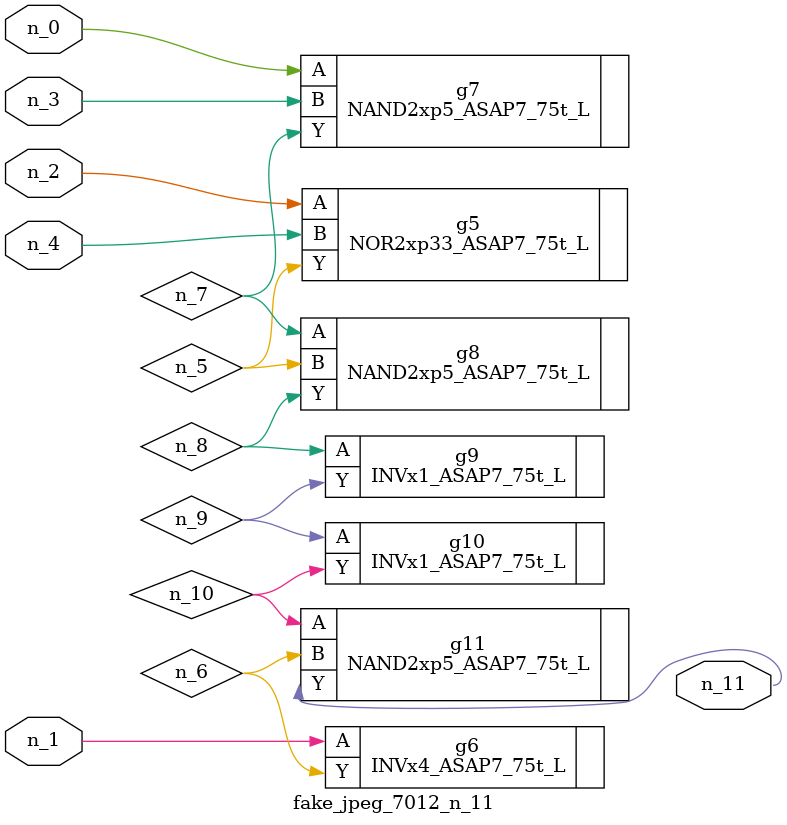
<source format=v>
module fake_jpeg_7012_n_11 (n_3, n_2, n_1, n_0, n_4, n_11);

input n_3;
input n_2;
input n_1;
input n_0;
input n_4;

output n_11;

wire n_10;
wire n_8;
wire n_9;
wire n_6;
wire n_5;
wire n_7;

NOR2xp33_ASAP7_75t_L g5 ( 
.A(n_2),
.B(n_4),
.Y(n_5)
);

INVx4_ASAP7_75t_L g6 ( 
.A(n_1),
.Y(n_6)
);

NAND2xp5_ASAP7_75t_L g7 ( 
.A(n_0),
.B(n_3),
.Y(n_7)
);

NAND2xp5_ASAP7_75t_L g8 ( 
.A(n_7),
.B(n_5),
.Y(n_8)
);

INVx1_ASAP7_75t_L g9 ( 
.A(n_8),
.Y(n_9)
);

INVx1_ASAP7_75t_L g10 ( 
.A(n_9),
.Y(n_10)
);

NAND2xp5_ASAP7_75t_L g11 ( 
.A(n_10),
.B(n_6),
.Y(n_11)
);


endmodule
</source>
